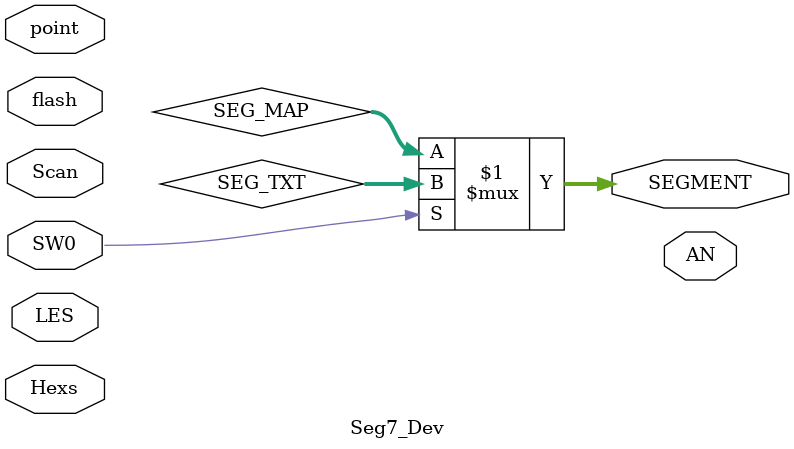
<source format=v>
`timescale 1ns / 1ps
module 	Seg7_Dev(input[2:0] Scan,
						input SW0,
						input flash,
						input[31:0]Hexs,
						input[7:0]point,
						input[7:0]LES,
						output[7:0]SEGMENT,
						output[3:0]AN
						);
reg[3:0] digit;
reg[7:0] SEG_MAP,SEG_TXT;
wire[15:0] Hex_current;
assign SEGMENT = SW0?SEG_TXT:SEG_MAP;
assign Hex_current = Scan[2]?Hexs[31:16]:Hexs[15:0];

endmodule

</source>
